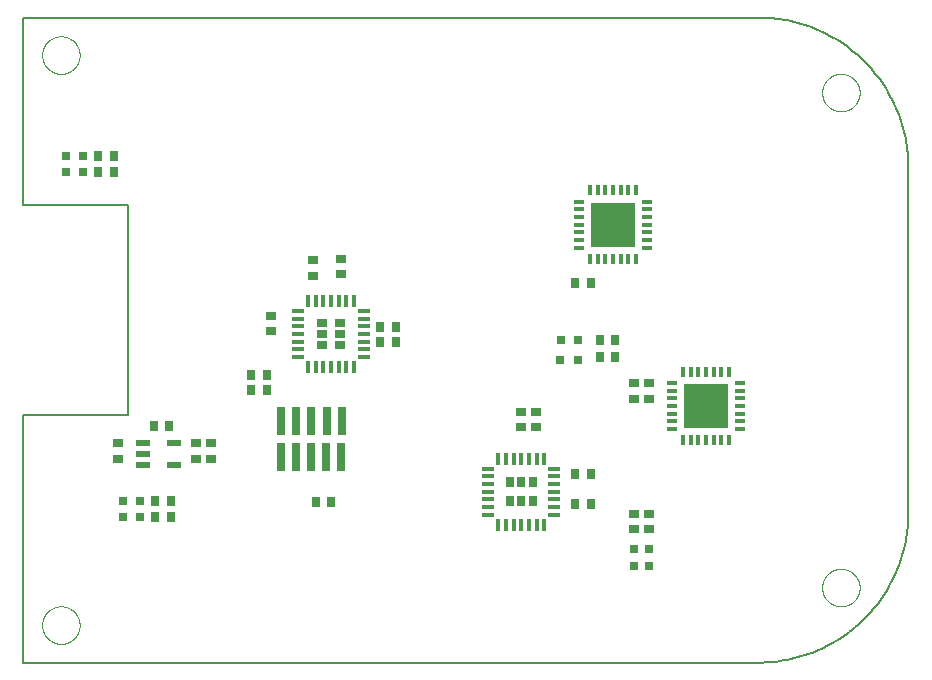
<source format=gtp>
G75*
%MOIN*%
%OFA0B0*%
%FSLAX25Y25*%
%IPPOS*%
%LPD*%
%AMOC8*
5,1,8,0,0,1.08239X$1,22.5*
%
%ADD10C,0.00800*%
%ADD11R,0.03543X0.02756*%
%ADD12R,0.02756X0.03543*%
%ADD13R,0.03150X0.03150*%
%ADD14R,0.01400X0.04000*%
%ADD15R,0.04000X0.01400*%
%ADD16R,0.03750X0.02500*%
%ADD17R,0.02650X0.09700*%
%ADD18R,0.04724X0.02165*%
%ADD19C,0.00000*%
%ADD20R,0.01700X0.03200*%
%ADD21R,0.03200X0.01700*%
%ADD22R,0.14600X0.14600*%
%ADD23R,0.02500X0.03750*%
D10*
X0055400Y0026400D02*
X0300400Y0026400D01*
X0301608Y0026415D01*
X0302816Y0026458D01*
X0304022Y0026531D01*
X0305226Y0026633D01*
X0306427Y0026765D01*
X0307624Y0026925D01*
X0308818Y0027114D01*
X0310006Y0027331D01*
X0311189Y0027578D01*
X0312366Y0027853D01*
X0313535Y0028156D01*
X0314697Y0028488D01*
X0315851Y0028847D01*
X0316995Y0029234D01*
X0318130Y0029649D01*
X0319255Y0030091D01*
X0320368Y0030560D01*
X0321470Y0031056D01*
X0322560Y0031579D01*
X0323636Y0032127D01*
X0324699Y0032702D01*
X0325748Y0033302D01*
X0326782Y0033927D01*
X0327801Y0034576D01*
X0328803Y0035251D01*
X0329789Y0035949D01*
X0330758Y0036671D01*
X0331709Y0037416D01*
X0332642Y0038184D01*
X0333556Y0038974D01*
X0334451Y0039787D01*
X0335326Y0040620D01*
X0336180Y0041474D01*
X0337013Y0042349D01*
X0337826Y0043244D01*
X0338616Y0044158D01*
X0339384Y0045091D01*
X0340129Y0046042D01*
X0340851Y0047011D01*
X0341549Y0047997D01*
X0342224Y0048999D01*
X0342873Y0050018D01*
X0343498Y0051052D01*
X0344098Y0052101D01*
X0344673Y0053164D01*
X0345221Y0054240D01*
X0345744Y0055330D01*
X0346240Y0056432D01*
X0346709Y0057545D01*
X0347151Y0058670D01*
X0347566Y0059805D01*
X0347953Y0060949D01*
X0348312Y0062103D01*
X0348644Y0063265D01*
X0348947Y0064434D01*
X0349222Y0065611D01*
X0349469Y0066794D01*
X0349686Y0067982D01*
X0349875Y0069176D01*
X0350035Y0070373D01*
X0350167Y0071574D01*
X0350269Y0072778D01*
X0350342Y0073984D01*
X0350385Y0075192D01*
X0350400Y0076400D01*
X0350400Y0191400D01*
X0350385Y0192608D01*
X0350342Y0193816D01*
X0350269Y0195022D01*
X0350167Y0196226D01*
X0350035Y0197427D01*
X0349875Y0198624D01*
X0349686Y0199818D01*
X0349469Y0201006D01*
X0349222Y0202189D01*
X0348947Y0203366D01*
X0348644Y0204535D01*
X0348312Y0205697D01*
X0347953Y0206851D01*
X0347566Y0207995D01*
X0347151Y0209130D01*
X0346709Y0210255D01*
X0346240Y0211368D01*
X0345744Y0212470D01*
X0345221Y0213560D01*
X0344673Y0214636D01*
X0344098Y0215699D01*
X0343498Y0216748D01*
X0342873Y0217782D01*
X0342224Y0218801D01*
X0341549Y0219803D01*
X0340851Y0220789D01*
X0340129Y0221758D01*
X0339384Y0222709D01*
X0338616Y0223642D01*
X0337826Y0224556D01*
X0337013Y0225451D01*
X0336180Y0226326D01*
X0335326Y0227180D01*
X0334451Y0228013D01*
X0333556Y0228826D01*
X0332642Y0229616D01*
X0331709Y0230384D01*
X0330758Y0231129D01*
X0329789Y0231851D01*
X0328803Y0232549D01*
X0327801Y0233224D01*
X0326782Y0233873D01*
X0325748Y0234498D01*
X0324699Y0235098D01*
X0323636Y0235673D01*
X0322560Y0236221D01*
X0321470Y0236744D01*
X0320368Y0237240D01*
X0319255Y0237709D01*
X0318130Y0238151D01*
X0316995Y0238566D01*
X0315851Y0238953D01*
X0314697Y0239312D01*
X0313535Y0239644D01*
X0312366Y0239947D01*
X0311189Y0240222D01*
X0310006Y0240469D01*
X0308818Y0240686D01*
X0307624Y0240875D01*
X0306427Y0241035D01*
X0305226Y0241167D01*
X0304022Y0241269D01*
X0302816Y0241342D01*
X0301608Y0241385D01*
X0300400Y0241400D01*
X0055400Y0241400D01*
X0055400Y0178900D01*
X0090400Y0178900D01*
X0090400Y0108900D01*
X0055400Y0108900D01*
X0055400Y0026400D01*
D11*
X0086900Y0094341D03*
X0086900Y0099459D03*
X0112900Y0099459D03*
X0117900Y0099459D03*
X0117900Y0094341D03*
X0112900Y0094341D03*
X0137900Y0136841D03*
X0137900Y0141959D03*
X0151900Y0155341D03*
X0151900Y0160459D03*
X0161400Y0160959D03*
X0161400Y0155841D03*
X0221400Y0109959D03*
X0226400Y0109959D03*
X0226400Y0104841D03*
X0221400Y0104841D03*
X0258900Y0114341D03*
X0263900Y0114341D03*
X0263900Y0119459D03*
X0258900Y0119459D03*
X0258900Y0075959D03*
X0263900Y0075959D03*
X0263900Y0070841D03*
X0258900Y0070841D03*
D12*
X0244459Y0079400D03*
X0239341Y0079400D03*
X0239341Y0089400D03*
X0244459Y0089400D03*
X0247591Y0128150D03*
X0252709Y0128150D03*
X0252709Y0133900D03*
X0247591Y0133900D03*
X0244459Y0152900D03*
X0239341Y0152900D03*
X0179459Y0138400D03*
X0174341Y0138400D03*
X0174341Y0133400D03*
X0179459Y0133400D03*
X0136459Y0122400D03*
X0131341Y0122400D03*
X0131341Y0117400D03*
X0136459Y0117400D03*
X0103959Y0105400D03*
X0098841Y0105400D03*
X0099341Y0080400D03*
X0104459Y0080400D03*
X0104459Y0074900D03*
X0099341Y0074900D03*
X0152841Y0079900D03*
X0157959Y0079900D03*
X0085459Y0189900D03*
X0080341Y0189900D03*
X0080341Y0195400D03*
X0085459Y0195400D03*
D13*
X0075353Y0195400D03*
X0069447Y0195400D03*
X0069447Y0189900D03*
X0075353Y0189900D03*
X0088447Y0080400D03*
X0088447Y0074900D03*
X0094353Y0074900D03*
X0094353Y0080400D03*
X0234197Y0127150D03*
X0240103Y0127150D03*
X0240353Y0133900D03*
X0234447Y0133900D03*
X0258900Y0064353D03*
X0263900Y0064353D03*
X0263900Y0058447D03*
X0258900Y0058447D03*
D14*
X0229100Y0072400D03*
X0226500Y0072400D03*
X0224000Y0072400D03*
X0221400Y0072400D03*
X0218800Y0072400D03*
X0216300Y0072400D03*
X0213700Y0072400D03*
X0213700Y0094400D03*
X0216300Y0094400D03*
X0218800Y0094400D03*
X0221400Y0094400D03*
X0224000Y0094400D03*
X0226500Y0094400D03*
X0229100Y0094400D03*
X0165600Y0124900D03*
X0163000Y0124900D03*
X0160500Y0124900D03*
X0157900Y0124900D03*
X0155300Y0124900D03*
X0152800Y0124900D03*
X0150200Y0124900D03*
X0150200Y0146900D03*
X0152800Y0146900D03*
X0155300Y0146900D03*
X0157900Y0146900D03*
X0160500Y0146900D03*
X0163000Y0146900D03*
X0165600Y0146900D03*
D15*
X0168900Y0143600D03*
X0168900Y0141000D03*
X0168900Y0138500D03*
X0168900Y0135900D03*
X0168900Y0133300D03*
X0168900Y0130800D03*
X0168900Y0128200D03*
X0146900Y0128200D03*
X0146900Y0130800D03*
X0146900Y0133300D03*
X0146900Y0135900D03*
X0146900Y0138500D03*
X0146900Y0141000D03*
X0146900Y0143600D03*
X0210400Y0091100D03*
X0210400Y0088500D03*
X0210400Y0086000D03*
X0210400Y0083400D03*
X0210400Y0080800D03*
X0210400Y0078300D03*
X0210400Y0075700D03*
X0232400Y0075700D03*
X0232400Y0078300D03*
X0232400Y0080800D03*
X0232400Y0083400D03*
X0232400Y0086000D03*
X0232400Y0088500D03*
X0232400Y0091100D03*
D16*
X0161025Y0132150D03*
X0161025Y0135900D03*
X0161025Y0139650D03*
X0154775Y0139650D03*
X0154775Y0135900D03*
X0154775Y0132150D03*
D17*
X0156525Y0106850D03*
X0161475Y0106900D03*
X0151425Y0106900D03*
X0146375Y0106950D03*
X0141375Y0106850D03*
X0141325Y0094850D03*
X0146325Y0094850D03*
X0151425Y0094800D03*
X0156425Y0094900D03*
X0161425Y0094900D03*
D18*
X0105518Y0092160D03*
X0105518Y0099640D03*
X0095282Y0099640D03*
X0095282Y0095900D03*
X0095282Y0092160D03*
D19*
X0061650Y0038900D02*
X0061652Y0039058D01*
X0061658Y0039215D01*
X0061668Y0039373D01*
X0061682Y0039530D01*
X0061700Y0039686D01*
X0061721Y0039843D01*
X0061747Y0039998D01*
X0061777Y0040153D01*
X0061810Y0040307D01*
X0061848Y0040460D01*
X0061889Y0040613D01*
X0061934Y0040764D01*
X0061983Y0040914D01*
X0062036Y0041062D01*
X0062092Y0041210D01*
X0062153Y0041355D01*
X0062216Y0041500D01*
X0062284Y0041642D01*
X0062355Y0041783D01*
X0062429Y0041922D01*
X0062507Y0042059D01*
X0062589Y0042194D01*
X0062673Y0042327D01*
X0062762Y0042458D01*
X0062853Y0042586D01*
X0062948Y0042713D01*
X0063045Y0042836D01*
X0063146Y0042958D01*
X0063250Y0043076D01*
X0063357Y0043192D01*
X0063467Y0043305D01*
X0063579Y0043416D01*
X0063695Y0043523D01*
X0063813Y0043628D01*
X0063933Y0043730D01*
X0064056Y0043828D01*
X0064182Y0043924D01*
X0064310Y0044016D01*
X0064440Y0044105D01*
X0064572Y0044191D01*
X0064707Y0044273D01*
X0064844Y0044352D01*
X0064982Y0044427D01*
X0065122Y0044499D01*
X0065265Y0044567D01*
X0065408Y0044632D01*
X0065554Y0044693D01*
X0065701Y0044750D01*
X0065849Y0044804D01*
X0065999Y0044854D01*
X0066149Y0044900D01*
X0066301Y0044942D01*
X0066454Y0044981D01*
X0066608Y0045015D01*
X0066763Y0045046D01*
X0066918Y0045072D01*
X0067074Y0045095D01*
X0067231Y0045114D01*
X0067388Y0045129D01*
X0067545Y0045140D01*
X0067703Y0045147D01*
X0067861Y0045150D01*
X0068018Y0045149D01*
X0068176Y0045144D01*
X0068333Y0045135D01*
X0068491Y0045122D01*
X0068647Y0045105D01*
X0068804Y0045084D01*
X0068959Y0045060D01*
X0069114Y0045031D01*
X0069269Y0044998D01*
X0069422Y0044962D01*
X0069575Y0044921D01*
X0069726Y0044877D01*
X0069876Y0044829D01*
X0070025Y0044778D01*
X0070173Y0044722D01*
X0070319Y0044663D01*
X0070464Y0044600D01*
X0070607Y0044533D01*
X0070748Y0044463D01*
X0070887Y0044390D01*
X0071025Y0044313D01*
X0071161Y0044232D01*
X0071294Y0044148D01*
X0071425Y0044061D01*
X0071554Y0043970D01*
X0071681Y0043876D01*
X0071806Y0043779D01*
X0071927Y0043679D01*
X0072047Y0043576D01*
X0072163Y0043470D01*
X0072277Y0043361D01*
X0072389Y0043249D01*
X0072497Y0043135D01*
X0072602Y0043017D01*
X0072705Y0042897D01*
X0072804Y0042775D01*
X0072900Y0042650D01*
X0072993Y0042522D01*
X0073083Y0042393D01*
X0073169Y0042261D01*
X0073253Y0042127D01*
X0073332Y0041991D01*
X0073409Y0041853D01*
X0073481Y0041713D01*
X0073550Y0041571D01*
X0073616Y0041428D01*
X0073678Y0041283D01*
X0073736Y0041136D01*
X0073791Y0040988D01*
X0073842Y0040839D01*
X0073889Y0040688D01*
X0073932Y0040537D01*
X0073971Y0040384D01*
X0074007Y0040230D01*
X0074038Y0040076D01*
X0074066Y0039921D01*
X0074090Y0039765D01*
X0074110Y0039608D01*
X0074126Y0039451D01*
X0074138Y0039294D01*
X0074146Y0039137D01*
X0074150Y0038979D01*
X0074150Y0038821D01*
X0074146Y0038663D01*
X0074138Y0038506D01*
X0074126Y0038349D01*
X0074110Y0038192D01*
X0074090Y0038035D01*
X0074066Y0037879D01*
X0074038Y0037724D01*
X0074007Y0037570D01*
X0073971Y0037416D01*
X0073932Y0037263D01*
X0073889Y0037112D01*
X0073842Y0036961D01*
X0073791Y0036812D01*
X0073736Y0036664D01*
X0073678Y0036517D01*
X0073616Y0036372D01*
X0073550Y0036229D01*
X0073481Y0036087D01*
X0073409Y0035947D01*
X0073332Y0035809D01*
X0073253Y0035673D01*
X0073169Y0035539D01*
X0073083Y0035407D01*
X0072993Y0035278D01*
X0072900Y0035150D01*
X0072804Y0035025D01*
X0072705Y0034903D01*
X0072602Y0034783D01*
X0072497Y0034665D01*
X0072389Y0034551D01*
X0072277Y0034439D01*
X0072163Y0034330D01*
X0072047Y0034224D01*
X0071927Y0034121D01*
X0071806Y0034021D01*
X0071681Y0033924D01*
X0071554Y0033830D01*
X0071425Y0033739D01*
X0071294Y0033652D01*
X0071161Y0033568D01*
X0071025Y0033487D01*
X0070887Y0033410D01*
X0070748Y0033337D01*
X0070607Y0033267D01*
X0070464Y0033200D01*
X0070319Y0033137D01*
X0070173Y0033078D01*
X0070025Y0033022D01*
X0069876Y0032971D01*
X0069726Y0032923D01*
X0069575Y0032879D01*
X0069422Y0032838D01*
X0069269Y0032802D01*
X0069114Y0032769D01*
X0068959Y0032740D01*
X0068804Y0032716D01*
X0068647Y0032695D01*
X0068491Y0032678D01*
X0068333Y0032665D01*
X0068176Y0032656D01*
X0068018Y0032651D01*
X0067861Y0032650D01*
X0067703Y0032653D01*
X0067545Y0032660D01*
X0067388Y0032671D01*
X0067231Y0032686D01*
X0067074Y0032705D01*
X0066918Y0032728D01*
X0066763Y0032754D01*
X0066608Y0032785D01*
X0066454Y0032819D01*
X0066301Y0032858D01*
X0066149Y0032900D01*
X0065999Y0032946D01*
X0065849Y0032996D01*
X0065701Y0033050D01*
X0065554Y0033107D01*
X0065408Y0033168D01*
X0065265Y0033233D01*
X0065122Y0033301D01*
X0064982Y0033373D01*
X0064844Y0033448D01*
X0064707Y0033527D01*
X0064572Y0033609D01*
X0064440Y0033695D01*
X0064310Y0033784D01*
X0064182Y0033876D01*
X0064056Y0033972D01*
X0063933Y0034070D01*
X0063813Y0034172D01*
X0063695Y0034277D01*
X0063579Y0034384D01*
X0063467Y0034495D01*
X0063357Y0034608D01*
X0063250Y0034724D01*
X0063146Y0034842D01*
X0063045Y0034964D01*
X0062948Y0035087D01*
X0062853Y0035214D01*
X0062762Y0035342D01*
X0062673Y0035473D01*
X0062589Y0035606D01*
X0062507Y0035741D01*
X0062429Y0035878D01*
X0062355Y0036017D01*
X0062284Y0036158D01*
X0062216Y0036300D01*
X0062153Y0036445D01*
X0062092Y0036590D01*
X0062036Y0036738D01*
X0061983Y0036886D01*
X0061934Y0037036D01*
X0061889Y0037187D01*
X0061848Y0037340D01*
X0061810Y0037493D01*
X0061777Y0037647D01*
X0061747Y0037802D01*
X0061721Y0037957D01*
X0061700Y0038114D01*
X0061682Y0038270D01*
X0061668Y0038427D01*
X0061658Y0038585D01*
X0061652Y0038742D01*
X0061650Y0038900D01*
X0061650Y0228900D02*
X0061652Y0229058D01*
X0061658Y0229215D01*
X0061668Y0229373D01*
X0061682Y0229530D01*
X0061700Y0229686D01*
X0061721Y0229843D01*
X0061747Y0229998D01*
X0061777Y0230153D01*
X0061810Y0230307D01*
X0061848Y0230460D01*
X0061889Y0230613D01*
X0061934Y0230764D01*
X0061983Y0230914D01*
X0062036Y0231062D01*
X0062092Y0231210D01*
X0062153Y0231355D01*
X0062216Y0231500D01*
X0062284Y0231642D01*
X0062355Y0231783D01*
X0062429Y0231922D01*
X0062507Y0232059D01*
X0062589Y0232194D01*
X0062673Y0232327D01*
X0062762Y0232458D01*
X0062853Y0232586D01*
X0062948Y0232713D01*
X0063045Y0232836D01*
X0063146Y0232958D01*
X0063250Y0233076D01*
X0063357Y0233192D01*
X0063467Y0233305D01*
X0063579Y0233416D01*
X0063695Y0233523D01*
X0063813Y0233628D01*
X0063933Y0233730D01*
X0064056Y0233828D01*
X0064182Y0233924D01*
X0064310Y0234016D01*
X0064440Y0234105D01*
X0064572Y0234191D01*
X0064707Y0234273D01*
X0064844Y0234352D01*
X0064982Y0234427D01*
X0065122Y0234499D01*
X0065265Y0234567D01*
X0065408Y0234632D01*
X0065554Y0234693D01*
X0065701Y0234750D01*
X0065849Y0234804D01*
X0065999Y0234854D01*
X0066149Y0234900D01*
X0066301Y0234942D01*
X0066454Y0234981D01*
X0066608Y0235015D01*
X0066763Y0235046D01*
X0066918Y0235072D01*
X0067074Y0235095D01*
X0067231Y0235114D01*
X0067388Y0235129D01*
X0067545Y0235140D01*
X0067703Y0235147D01*
X0067861Y0235150D01*
X0068018Y0235149D01*
X0068176Y0235144D01*
X0068333Y0235135D01*
X0068491Y0235122D01*
X0068647Y0235105D01*
X0068804Y0235084D01*
X0068959Y0235060D01*
X0069114Y0235031D01*
X0069269Y0234998D01*
X0069422Y0234962D01*
X0069575Y0234921D01*
X0069726Y0234877D01*
X0069876Y0234829D01*
X0070025Y0234778D01*
X0070173Y0234722D01*
X0070319Y0234663D01*
X0070464Y0234600D01*
X0070607Y0234533D01*
X0070748Y0234463D01*
X0070887Y0234390D01*
X0071025Y0234313D01*
X0071161Y0234232D01*
X0071294Y0234148D01*
X0071425Y0234061D01*
X0071554Y0233970D01*
X0071681Y0233876D01*
X0071806Y0233779D01*
X0071927Y0233679D01*
X0072047Y0233576D01*
X0072163Y0233470D01*
X0072277Y0233361D01*
X0072389Y0233249D01*
X0072497Y0233135D01*
X0072602Y0233017D01*
X0072705Y0232897D01*
X0072804Y0232775D01*
X0072900Y0232650D01*
X0072993Y0232522D01*
X0073083Y0232393D01*
X0073169Y0232261D01*
X0073253Y0232127D01*
X0073332Y0231991D01*
X0073409Y0231853D01*
X0073481Y0231713D01*
X0073550Y0231571D01*
X0073616Y0231428D01*
X0073678Y0231283D01*
X0073736Y0231136D01*
X0073791Y0230988D01*
X0073842Y0230839D01*
X0073889Y0230688D01*
X0073932Y0230537D01*
X0073971Y0230384D01*
X0074007Y0230230D01*
X0074038Y0230076D01*
X0074066Y0229921D01*
X0074090Y0229765D01*
X0074110Y0229608D01*
X0074126Y0229451D01*
X0074138Y0229294D01*
X0074146Y0229137D01*
X0074150Y0228979D01*
X0074150Y0228821D01*
X0074146Y0228663D01*
X0074138Y0228506D01*
X0074126Y0228349D01*
X0074110Y0228192D01*
X0074090Y0228035D01*
X0074066Y0227879D01*
X0074038Y0227724D01*
X0074007Y0227570D01*
X0073971Y0227416D01*
X0073932Y0227263D01*
X0073889Y0227112D01*
X0073842Y0226961D01*
X0073791Y0226812D01*
X0073736Y0226664D01*
X0073678Y0226517D01*
X0073616Y0226372D01*
X0073550Y0226229D01*
X0073481Y0226087D01*
X0073409Y0225947D01*
X0073332Y0225809D01*
X0073253Y0225673D01*
X0073169Y0225539D01*
X0073083Y0225407D01*
X0072993Y0225278D01*
X0072900Y0225150D01*
X0072804Y0225025D01*
X0072705Y0224903D01*
X0072602Y0224783D01*
X0072497Y0224665D01*
X0072389Y0224551D01*
X0072277Y0224439D01*
X0072163Y0224330D01*
X0072047Y0224224D01*
X0071927Y0224121D01*
X0071806Y0224021D01*
X0071681Y0223924D01*
X0071554Y0223830D01*
X0071425Y0223739D01*
X0071294Y0223652D01*
X0071161Y0223568D01*
X0071025Y0223487D01*
X0070887Y0223410D01*
X0070748Y0223337D01*
X0070607Y0223267D01*
X0070464Y0223200D01*
X0070319Y0223137D01*
X0070173Y0223078D01*
X0070025Y0223022D01*
X0069876Y0222971D01*
X0069726Y0222923D01*
X0069575Y0222879D01*
X0069422Y0222838D01*
X0069269Y0222802D01*
X0069114Y0222769D01*
X0068959Y0222740D01*
X0068804Y0222716D01*
X0068647Y0222695D01*
X0068491Y0222678D01*
X0068333Y0222665D01*
X0068176Y0222656D01*
X0068018Y0222651D01*
X0067861Y0222650D01*
X0067703Y0222653D01*
X0067545Y0222660D01*
X0067388Y0222671D01*
X0067231Y0222686D01*
X0067074Y0222705D01*
X0066918Y0222728D01*
X0066763Y0222754D01*
X0066608Y0222785D01*
X0066454Y0222819D01*
X0066301Y0222858D01*
X0066149Y0222900D01*
X0065999Y0222946D01*
X0065849Y0222996D01*
X0065701Y0223050D01*
X0065554Y0223107D01*
X0065408Y0223168D01*
X0065265Y0223233D01*
X0065122Y0223301D01*
X0064982Y0223373D01*
X0064844Y0223448D01*
X0064707Y0223527D01*
X0064572Y0223609D01*
X0064440Y0223695D01*
X0064310Y0223784D01*
X0064182Y0223876D01*
X0064056Y0223972D01*
X0063933Y0224070D01*
X0063813Y0224172D01*
X0063695Y0224277D01*
X0063579Y0224384D01*
X0063467Y0224495D01*
X0063357Y0224608D01*
X0063250Y0224724D01*
X0063146Y0224842D01*
X0063045Y0224964D01*
X0062948Y0225087D01*
X0062853Y0225214D01*
X0062762Y0225342D01*
X0062673Y0225473D01*
X0062589Y0225606D01*
X0062507Y0225741D01*
X0062429Y0225878D01*
X0062355Y0226017D01*
X0062284Y0226158D01*
X0062216Y0226300D01*
X0062153Y0226445D01*
X0062092Y0226590D01*
X0062036Y0226738D01*
X0061983Y0226886D01*
X0061934Y0227036D01*
X0061889Y0227187D01*
X0061848Y0227340D01*
X0061810Y0227493D01*
X0061777Y0227647D01*
X0061747Y0227802D01*
X0061721Y0227957D01*
X0061700Y0228114D01*
X0061682Y0228270D01*
X0061668Y0228427D01*
X0061658Y0228585D01*
X0061652Y0228742D01*
X0061650Y0228900D01*
X0321650Y0216400D02*
X0321652Y0216558D01*
X0321658Y0216715D01*
X0321668Y0216873D01*
X0321682Y0217030D01*
X0321700Y0217186D01*
X0321721Y0217343D01*
X0321747Y0217498D01*
X0321777Y0217653D01*
X0321810Y0217807D01*
X0321848Y0217960D01*
X0321889Y0218113D01*
X0321934Y0218264D01*
X0321983Y0218414D01*
X0322036Y0218562D01*
X0322092Y0218710D01*
X0322153Y0218855D01*
X0322216Y0219000D01*
X0322284Y0219142D01*
X0322355Y0219283D01*
X0322429Y0219422D01*
X0322507Y0219559D01*
X0322589Y0219694D01*
X0322673Y0219827D01*
X0322762Y0219958D01*
X0322853Y0220086D01*
X0322948Y0220213D01*
X0323045Y0220336D01*
X0323146Y0220458D01*
X0323250Y0220576D01*
X0323357Y0220692D01*
X0323467Y0220805D01*
X0323579Y0220916D01*
X0323695Y0221023D01*
X0323813Y0221128D01*
X0323933Y0221230D01*
X0324056Y0221328D01*
X0324182Y0221424D01*
X0324310Y0221516D01*
X0324440Y0221605D01*
X0324572Y0221691D01*
X0324707Y0221773D01*
X0324844Y0221852D01*
X0324982Y0221927D01*
X0325122Y0221999D01*
X0325265Y0222067D01*
X0325408Y0222132D01*
X0325554Y0222193D01*
X0325701Y0222250D01*
X0325849Y0222304D01*
X0325999Y0222354D01*
X0326149Y0222400D01*
X0326301Y0222442D01*
X0326454Y0222481D01*
X0326608Y0222515D01*
X0326763Y0222546D01*
X0326918Y0222572D01*
X0327074Y0222595D01*
X0327231Y0222614D01*
X0327388Y0222629D01*
X0327545Y0222640D01*
X0327703Y0222647D01*
X0327861Y0222650D01*
X0328018Y0222649D01*
X0328176Y0222644D01*
X0328333Y0222635D01*
X0328491Y0222622D01*
X0328647Y0222605D01*
X0328804Y0222584D01*
X0328959Y0222560D01*
X0329114Y0222531D01*
X0329269Y0222498D01*
X0329422Y0222462D01*
X0329575Y0222421D01*
X0329726Y0222377D01*
X0329876Y0222329D01*
X0330025Y0222278D01*
X0330173Y0222222D01*
X0330319Y0222163D01*
X0330464Y0222100D01*
X0330607Y0222033D01*
X0330748Y0221963D01*
X0330887Y0221890D01*
X0331025Y0221813D01*
X0331161Y0221732D01*
X0331294Y0221648D01*
X0331425Y0221561D01*
X0331554Y0221470D01*
X0331681Y0221376D01*
X0331806Y0221279D01*
X0331927Y0221179D01*
X0332047Y0221076D01*
X0332163Y0220970D01*
X0332277Y0220861D01*
X0332389Y0220749D01*
X0332497Y0220635D01*
X0332602Y0220517D01*
X0332705Y0220397D01*
X0332804Y0220275D01*
X0332900Y0220150D01*
X0332993Y0220022D01*
X0333083Y0219893D01*
X0333169Y0219761D01*
X0333253Y0219627D01*
X0333332Y0219491D01*
X0333409Y0219353D01*
X0333481Y0219213D01*
X0333550Y0219071D01*
X0333616Y0218928D01*
X0333678Y0218783D01*
X0333736Y0218636D01*
X0333791Y0218488D01*
X0333842Y0218339D01*
X0333889Y0218188D01*
X0333932Y0218037D01*
X0333971Y0217884D01*
X0334007Y0217730D01*
X0334038Y0217576D01*
X0334066Y0217421D01*
X0334090Y0217265D01*
X0334110Y0217108D01*
X0334126Y0216951D01*
X0334138Y0216794D01*
X0334146Y0216637D01*
X0334150Y0216479D01*
X0334150Y0216321D01*
X0334146Y0216163D01*
X0334138Y0216006D01*
X0334126Y0215849D01*
X0334110Y0215692D01*
X0334090Y0215535D01*
X0334066Y0215379D01*
X0334038Y0215224D01*
X0334007Y0215070D01*
X0333971Y0214916D01*
X0333932Y0214763D01*
X0333889Y0214612D01*
X0333842Y0214461D01*
X0333791Y0214312D01*
X0333736Y0214164D01*
X0333678Y0214017D01*
X0333616Y0213872D01*
X0333550Y0213729D01*
X0333481Y0213587D01*
X0333409Y0213447D01*
X0333332Y0213309D01*
X0333253Y0213173D01*
X0333169Y0213039D01*
X0333083Y0212907D01*
X0332993Y0212778D01*
X0332900Y0212650D01*
X0332804Y0212525D01*
X0332705Y0212403D01*
X0332602Y0212283D01*
X0332497Y0212165D01*
X0332389Y0212051D01*
X0332277Y0211939D01*
X0332163Y0211830D01*
X0332047Y0211724D01*
X0331927Y0211621D01*
X0331806Y0211521D01*
X0331681Y0211424D01*
X0331554Y0211330D01*
X0331425Y0211239D01*
X0331294Y0211152D01*
X0331161Y0211068D01*
X0331025Y0210987D01*
X0330887Y0210910D01*
X0330748Y0210837D01*
X0330607Y0210767D01*
X0330464Y0210700D01*
X0330319Y0210637D01*
X0330173Y0210578D01*
X0330025Y0210522D01*
X0329876Y0210471D01*
X0329726Y0210423D01*
X0329575Y0210379D01*
X0329422Y0210338D01*
X0329269Y0210302D01*
X0329114Y0210269D01*
X0328959Y0210240D01*
X0328804Y0210216D01*
X0328647Y0210195D01*
X0328491Y0210178D01*
X0328333Y0210165D01*
X0328176Y0210156D01*
X0328018Y0210151D01*
X0327861Y0210150D01*
X0327703Y0210153D01*
X0327545Y0210160D01*
X0327388Y0210171D01*
X0327231Y0210186D01*
X0327074Y0210205D01*
X0326918Y0210228D01*
X0326763Y0210254D01*
X0326608Y0210285D01*
X0326454Y0210319D01*
X0326301Y0210358D01*
X0326149Y0210400D01*
X0325999Y0210446D01*
X0325849Y0210496D01*
X0325701Y0210550D01*
X0325554Y0210607D01*
X0325408Y0210668D01*
X0325265Y0210733D01*
X0325122Y0210801D01*
X0324982Y0210873D01*
X0324844Y0210948D01*
X0324707Y0211027D01*
X0324572Y0211109D01*
X0324440Y0211195D01*
X0324310Y0211284D01*
X0324182Y0211376D01*
X0324056Y0211472D01*
X0323933Y0211570D01*
X0323813Y0211672D01*
X0323695Y0211777D01*
X0323579Y0211884D01*
X0323467Y0211995D01*
X0323357Y0212108D01*
X0323250Y0212224D01*
X0323146Y0212342D01*
X0323045Y0212464D01*
X0322948Y0212587D01*
X0322853Y0212714D01*
X0322762Y0212842D01*
X0322673Y0212973D01*
X0322589Y0213106D01*
X0322507Y0213241D01*
X0322429Y0213378D01*
X0322355Y0213517D01*
X0322284Y0213658D01*
X0322216Y0213800D01*
X0322153Y0213945D01*
X0322092Y0214090D01*
X0322036Y0214238D01*
X0321983Y0214386D01*
X0321934Y0214536D01*
X0321889Y0214687D01*
X0321848Y0214840D01*
X0321810Y0214993D01*
X0321777Y0215147D01*
X0321747Y0215302D01*
X0321721Y0215457D01*
X0321700Y0215614D01*
X0321682Y0215770D01*
X0321668Y0215927D01*
X0321658Y0216085D01*
X0321652Y0216242D01*
X0321650Y0216400D01*
X0321650Y0051400D02*
X0321652Y0051558D01*
X0321658Y0051715D01*
X0321668Y0051873D01*
X0321682Y0052030D01*
X0321700Y0052186D01*
X0321721Y0052343D01*
X0321747Y0052498D01*
X0321777Y0052653D01*
X0321810Y0052807D01*
X0321848Y0052960D01*
X0321889Y0053113D01*
X0321934Y0053264D01*
X0321983Y0053414D01*
X0322036Y0053562D01*
X0322092Y0053710D01*
X0322153Y0053855D01*
X0322216Y0054000D01*
X0322284Y0054142D01*
X0322355Y0054283D01*
X0322429Y0054422D01*
X0322507Y0054559D01*
X0322589Y0054694D01*
X0322673Y0054827D01*
X0322762Y0054958D01*
X0322853Y0055086D01*
X0322948Y0055213D01*
X0323045Y0055336D01*
X0323146Y0055458D01*
X0323250Y0055576D01*
X0323357Y0055692D01*
X0323467Y0055805D01*
X0323579Y0055916D01*
X0323695Y0056023D01*
X0323813Y0056128D01*
X0323933Y0056230D01*
X0324056Y0056328D01*
X0324182Y0056424D01*
X0324310Y0056516D01*
X0324440Y0056605D01*
X0324572Y0056691D01*
X0324707Y0056773D01*
X0324844Y0056852D01*
X0324982Y0056927D01*
X0325122Y0056999D01*
X0325265Y0057067D01*
X0325408Y0057132D01*
X0325554Y0057193D01*
X0325701Y0057250D01*
X0325849Y0057304D01*
X0325999Y0057354D01*
X0326149Y0057400D01*
X0326301Y0057442D01*
X0326454Y0057481D01*
X0326608Y0057515D01*
X0326763Y0057546D01*
X0326918Y0057572D01*
X0327074Y0057595D01*
X0327231Y0057614D01*
X0327388Y0057629D01*
X0327545Y0057640D01*
X0327703Y0057647D01*
X0327861Y0057650D01*
X0328018Y0057649D01*
X0328176Y0057644D01*
X0328333Y0057635D01*
X0328491Y0057622D01*
X0328647Y0057605D01*
X0328804Y0057584D01*
X0328959Y0057560D01*
X0329114Y0057531D01*
X0329269Y0057498D01*
X0329422Y0057462D01*
X0329575Y0057421D01*
X0329726Y0057377D01*
X0329876Y0057329D01*
X0330025Y0057278D01*
X0330173Y0057222D01*
X0330319Y0057163D01*
X0330464Y0057100D01*
X0330607Y0057033D01*
X0330748Y0056963D01*
X0330887Y0056890D01*
X0331025Y0056813D01*
X0331161Y0056732D01*
X0331294Y0056648D01*
X0331425Y0056561D01*
X0331554Y0056470D01*
X0331681Y0056376D01*
X0331806Y0056279D01*
X0331927Y0056179D01*
X0332047Y0056076D01*
X0332163Y0055970D01*
X0332277Y0055861D01*
X0332389Y0055749D01*
X0332497Y0055635D01*
X0332602Y0055517D01*
X0332705Y0055397D01*
X0332804Y0055275D01*
X0332900Y0055150D01*
X0332993Y0055022D01*
X0333083Y0054893D01*
X0333169Y0054761D01*
X0333253Y0054627D01*
X0333332Y0054491D01*
X0333409Y0054353D01*
X0333481Y0054213D01*
X0333550Y0054071D01*
X0333616Y0053928D01*
X0333678Y0053783D01*
X0333736Y0053636D01*
X0333791Y0053488D01*
X0333842Y0053339D01*
X0333889Y0053188D01*
X0333932Y0053037D01*
X0333971Y0052884D01*
X0334007Y0052730D01*
X0334038Y0052576D01*
X0334066Y0052421D01*
X0334090Y0052265D01*
X0334110Y0052108D01*
X0334126Y0051951D01*
X0334138Y0051794D01*
X0334146Y0051637D01*
X0334150Y0051479D01*
X0334150Y0051321D01*
X0334146Y0051163D01*
X0334138Y0051006D01*
X0334126Y0050849D01*
X0334110Y0050692D01*
X0334090Y0050535D01*
X0334066Y0050379D01*
X0334038Y0050224D01*
X0334007Y0050070D01*
X0333971Y0049916D01*
X0333932Y0049763D01*
X0333889Y0049612D01*
X0333842Y0049461D01*
X0333791Y0049312D01*
X0333736Y0049164D01*
X0333678Y0049017D01*
X0333616Y0048872D01*
X0333550Y0048729D01*
X0333481Y0048587D01*
X0333409Y0048447D01*
X0333332Y0048309D01*
X0333253Y0048173D01*
X0333169Y0048039D01*
X0333083Y0047907D01*
X0332993Y0047778D01*
X0332900Y0047650D01*
X0332804Y0047525D01*
X0332705Y0047403D01*
X0332602Y0047283D01*
X0332497Y0047165D01*
X0332389Y0047051D01*
X0332277Y0046939D01*
X0332163Y0046830D01*
X0332047Y0046724D01*
X0331927Y0046621D01*
X0331806Y0046521D01*
X0331681Y0046424D01*
X0331554Y0046330D01*
X0331425Y0046239D01*
X0331294Y0046152D01*
X0331161Y0046068D01*
X0331025Y0045987D01*
X0330887Y0045910D01*
X0330748Y0045837D01*
X0330607Y0045767D01*
X0330464Y0045700D01*
X0330319Y0045637D01*
X0330173Y0045578D01*
X0330025Y0045522D01*
X0329876Y0045471D01*
X0329726Y0045423D01*
X0329575Y0045379D01*
X0329422Y0045338D01*
X0329269Y0045302D01*
X0329114Y0045269D01*
X0328959Y0045240D01*
X0328804Y0045216D01*
X0328647Y0045195D01*
X0328491Y0045178D01*
X0328333Y0045165D01*
X0328176Y0045156D01*
X0328018Y0045151D01*
X0327861Y0045150D01*
X0327703Y0045153D01*
X0327545Y0045160D01*
X0327388Y0045171D01*
X0327231Y0045186D01*
X0327074Y0045205D01*
X0326918Y0045228D01*
X0326763Y0045254D01*
X0326608Y0045285D01*
X0326454Y0045319D01*
X0326301Y0045358D01*
X0326149Y0045400D01*
X0325999Y0045446D01*
X0325849Y0045496D01*
X0325701Y0045550D01*
X0325554Y0045607D01*
X0325408Y0045668D01*
X0325265Y0045733D01*
X0325122Y0045801D01*
X0324982Y0045873D01*
X0324844Y0045948D01*
X0324707Y0046027D01*
X0324572Y0046109D01*
X0324440Y0046195D01*
X0324310Y0046284D01*
X0324182Y0046376D01*
X0324056Y0046472D01*
X0323933Y0046570D01*
X0323813Y0046672D01*
X0323695Y0046777D01*
X0323579Y0046884D01*
X0323467Y0046995D01*
X0323357Y0047108D01*
X0323250Y0047224D01*
X0323146Y0047342D01*
X0323045Y0047464D01*
X0322948Y0047587D01*
X0322853Y0047714D01*
X0322762Y0047842D01*
X0322673Y0047973D01*
X0322589Y0048106D01*
X0322507Y0048241D01*
X0322429Y0048378D01*
X0322355Y0048517D01*
X0322284Y0048658D01*
X0322216Y0048800D01*
X0322153Y0048945D01*
X0322092Y0049090D01*
X0322036Y0049238D01*
X0321983Y0049386D01*
X0321934Y0049536D01*
X0321889Y0049687D01*
X0321848Y0049840D01*
X0321810Y0049993D01*
X0321777Y0050147D01*
X0321747Y0050302D01*
X0321721Y0050457D01*
X0321700Y0050614D01*
X0321682Y0050770D01*
X0321668Y0050927D01*
X0321658Y0051085D01*
X0321652Y0051242D01*
X0321650Y0051400D01*
D20*
X0290600Y0100500D03*
X0288000Y0100500D03*
X0285500Y0100500D03*
X0282900Y0100500D03*
X0280300Y0100500D03*
X0277800Y0100500D03*
X0275200Y0100500D03*
X0275200Y0123300D03*
X0277800Y0123300D03*
X0280300Y0123300D03*
X0282900Y0123300D03*
X0285500Y0123300D03*
X0288000Y0123300D03*
X0290600Y0123300D03*
X0259600Y0161000D03*
X0257000Y0161000D03*
X0254500Y0161000D03*
X0251900Y0161000D03*
X0249300Y0161000D03*
X0246800Y0161000D03*
X0244200Y0161000D03*
X0244200Y0183800D03*
X0246800Y0183800D03*
X0249300Y0183800D03*
X0251900Y0183800D03*
X0254500Y0183800D03*
X0257000Y0183800D03*
X0259600Y0183800D03*
D21*
X0263300Y0180100D03*
X0263300Y0177500D03*
X0263300Y0175000D03*
X0263300Y0172400D03*
X0263300Y0169800D03*
X0263300Y0167300D03*
X0263300Y0164700D03*
X0240500Y0164700D03*
X0240500Y0167300D03*
X0240500Y0169800D03*
X0240500Y0172400D03*
X0240500Y0175000D03*
X0240500Y0177500D03*
X0240500Y0180100D03*
X0271500Y0119600D03*
X0271500Y0117000D03*
X0271500Y0114500D03*
X0271500Y0111900D03*
X0271500Y0109300D03*
X0271500Y0106800D03*
X0271500Y0104200D03*
X0294300Y0104200D03*
X0294300Y0106800D03*
X0294300Y0109300D03*
X0294300Y0111900D03*
X0294300Y0114500D03*
X0294300Y0117000D03*
X0294300Y0119600D03*
D22*
X0282900Y0111900D03*
X0251900Y0172400D03*
D23*
X0225150Y0086525D03*
X0221400Y0086525D03*
X0217650Y0086525D03*
X0217650Y0080275D03*
X0221400Y0080275D03*
X0225150Y0080275D03*
M02*

</source>
